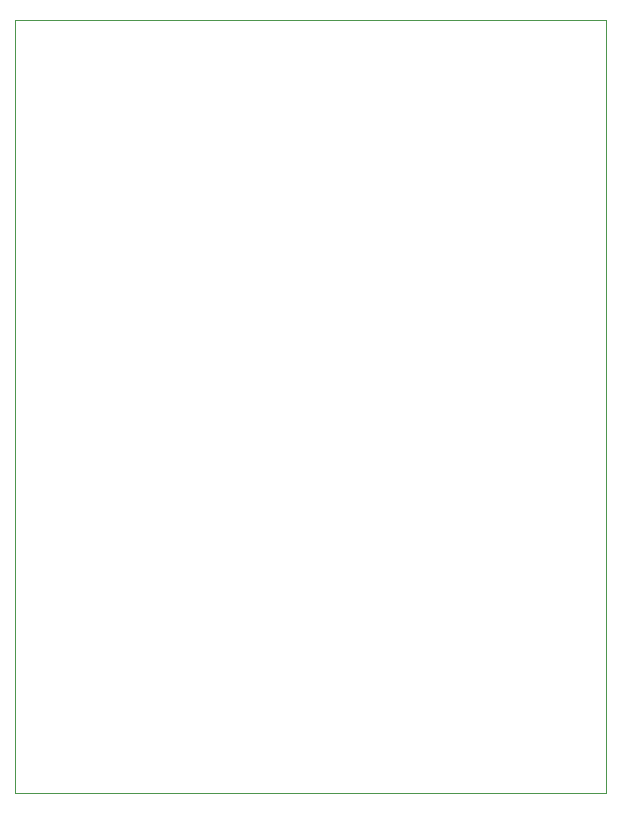
<source format=gbr>
%TF.GenerationSoftware,KiCad,Pcbnew,8.0.3*%
%TF.CreationDate,2024-06-17T15:26:31+02:00*%
%TF.ProjectId,OFMBearBoard1_0_Bruno,4f464d42-6561-4724-926f-617264315f30,1.1*%
%TF.SameCoordinates,Original*%
%TF.FileFunction,Profile,NP*%
%FSLAX46Y46*%
G04 Gerber Fmt 4.6, Leading zero omitted, Abs format (unit mm)*
G04 Created by KiCad (PCBNEW 8.0.3) date 2024-06-17 15:26:31*
%MOMM*%
%LPD*%
G01*
G04 APERTURE LIST*
%TA.AperFunction,Profile*%
%ADD10C,0.050000*%
%TD*%
G04 APERTURE END LIST*
D10*
X79250000Y-21450000D02*
X129250000Y-21450000D01*
X129250000Y-86950000D01*
X79250000Y-86950000D01*
X79250000Y-21450000D01*
M02*

</source>
